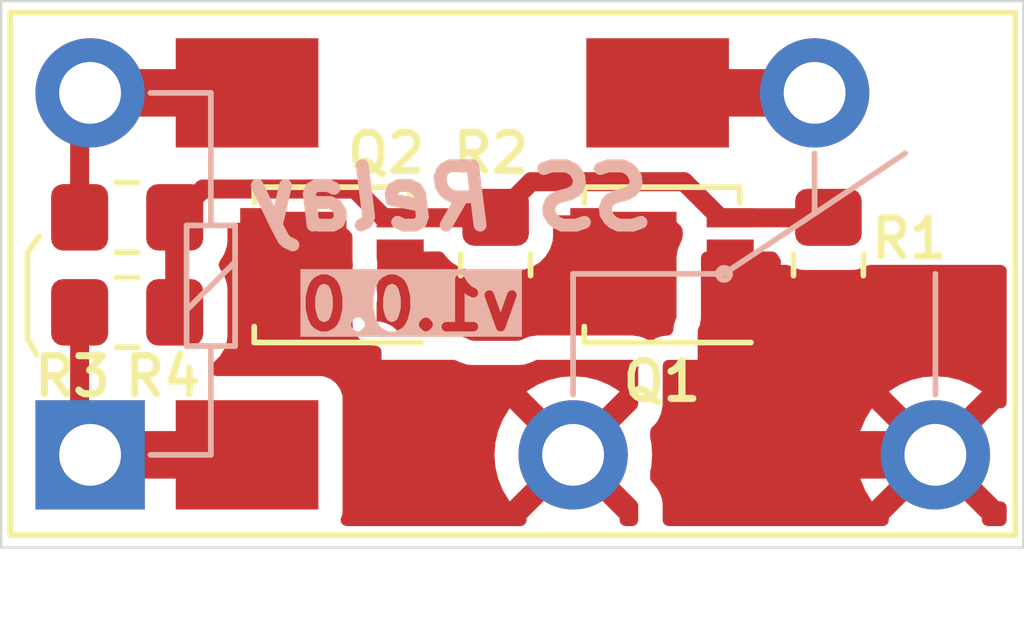
<source format=kicad_pcb>
(kicad_pcb (version 20221018) (generator pcbnew)
  (title_block (title "SS Relay") (date "2024-01-10") (rev "1.0.0") (company "SUFST") (comment 1 "STAG X") (comment 2 "Joe Pater"))
  (layers (0 "F.Cu" signal) (31 "B.Cu" signal) (34 "B.Paste" user) (35 "F.Paste" user) (36 "B.SilkS" user "B.Silkscreen") (37 "F.SilkS" user "F.Silkscreen") (38 "B.Mask" user) (39 "F.Mask" user) (44 "Edge.Cuts" user))
  (net 0 "")
  (net 1 "/COIL1")
  (net 2 "/COM")
  (net 3 "/N{slash}O")
  (net 4 "/N{slash}C")
  (net 5 "/COIL2")
  (net 6 "Net-(Q1-G)")
  (net 7 "Net-(Q1-D)")
  (footprint "SUFST:Relay_Template" (layer "F.Cu") (at 88.37 63.4)
    (fp_text reference "K1" hide)
    (fp_text value "G5Q-1EU DC12")
    (fp_line (start 1.27 0) (end 2.54 0) (stroke (width 0.12)) (layer "B.SilkS"))
    (fp_line (start 2.03 -4.83) (end 2.54 -4.83) (stroke (width 0.12)) (layer "B.SilkS"))
    (fp_line (start 2.03 -3.05) (end 3.05 -4.06) (stroke (width 0.12)) (layer "B.SilkS"))
    (fp_line (start 2.03 -2.29) (end 2.03 -4.83) (stroke (width 0.12)) (layer "B.SilkS"))
    (fp_line (start 2.54 -7.62) (end 1.27 -7.62) (stroke (width 0.12)) (layer "B.SilkS"))
    (fp_line (start 2.54 -4.83) (end 2.54 -7.62) (stroke (width 0.12)) (layer "B.SilkS"))
    (fp_line (start 2.54 -4.83) (end 3.05 -4.83) (stroke (width 0.12)) (layer "B.SilkS"))
    (fp_line (start 2.54 -2.29) (end 2.03 -2.29) (stroke (width 0.12)) (layer "B.SilkS"))
    (fp_line (start 2.54 0) (end 2.54 -2.29) (stroke (width 0.12)) (layer "B.SilkS"))
    (fp_line (start 3.05 -4.83) (end 3.05 -2.29) (stroke (width 0.12)) (layer "B.SilkS"))
    (fp_line (start 3.05 -2.29) (end 2.54 -2.29) (stroke (width 0.12)) (layer "B.SilkS"))
    (fp_line (start 10.16 -3.81) (end 13.335 -3.81) (stroke (width 0.12)) (layer "B.SilkS"))
    (fp_line (start 10.16 -1.27) (end 10.16 -3.81) (stroke (width 0.12)) (layer "B.SilkS"))
    (fp_line (start 13.335 -3.81) (end 17.145 -6.35) (stroke (width 0.12)) (layer "B.SilkS"))
    (fp_line (start 15.24 -6.35) (end 15.24 -5.08) (stroke (width 0.12)) (layer "B.SilkS"))
    (fp_line (start 17.78 -1.27) (end 17.78 -3.81) (stroke (width 0.12)) (layer "B.SilkS"))
    (fp_circle (center 13.335 -3.81) (end 13.462 -3.81) (stroke (width 0.12)) (fill none) (layer "B.SilkS"))
    (fp_line (start -1.68 -9.31) (end 19.46 -9.31) (stroke (width 0.12)) (layer "F.SilkS"))
    (fp_line (start -1.68 1.69) (end -1.68 -9.31) (stroke (width 0.12)) (layer "F.SilkS"))
    (fp_line (start -1.68 1.69) (end 19.46 1.69) (stroke (width 0.12)) (layer "F.SilkS"))
    (fp_line (start 19.46 1.69) (end 19.46 -9.31) (stroke (width 0.12)) (layer "F.SilkS"))
    (pad "1" thru_hole rect (at 0 0 180) (size 2.3 2.3) (drill 1.3) (layers "*.Cu" "*.Mask") (net 1 "/COIL1"))
    (pad "1" smd rect (at 3.302 0 270) (size 2.3 3) (layers "F.Cu" "F.Paste" "F.Mask") (net 1 "/COIL1"))
    (pad "2" smd rect (at 6.858 0 270) (size 2.3 3) (layers "F.Cu" "F.Paste" "F.Mask") (net 2 "/COM"))
    (pad "2" thru_hole circle (at 10.16 0 180) (size 2.3 2.3) (drill 1.3) (layers "*.Cu" "*.Mask") (net 2 "/COM"))
    (pad "3" smd rect (at 14.478 0 270) (size 2.3 3) (layers "F.Cu" "F.Paste" "F.Mask") (net 3 "/N{slash}O"))
    (pad "3" thru_hole circle (at 17.78 0 180) (size 2.3 2.3) (drill 1.3) (layers "*.Cu" "*.Mask") (net 3 "/N{slash}O"))
    (pad "4" smd rect (at 11.938 -7.62 270) (size 2.3 3) (layers "F.Cu" "F.Paste" "F.Mask") (net 4 "/N{slash}C"))
    (pad "4" thru_hole circle (at 15.24 -7.62 180) (size 2.3 2.3) (drill 1.3) (layers "*.Cu" "*.Mask") (net 4 "/N{slash}C"))
    (pad "5" thru_hole circle (at 0 -7.62 180) (size 2.3 2.3) (drill 1.3) (layers "*.Cu" "*.Mask") (net 5 "/COIL2"))
    (pad "5" smd rect (at 3.302 -7.62 270) (size 2.3 3) (layers "F.Cu" "F.Paste" "F.Mask") (net 5 "/COIL2"))
  )
  (footprint "Package_SO:Vishay_PowerPAK_1212-8_Single" (layer "F.Cu") (at 100.4 59.4 180)
    (fp_text reference "Q1" (at 0 -2.45) (layer "F.SilkS") (effects (font (size 0.8 0.8))))
    (fp_text value "SiS413DNT")
    (fp_line (start -1.87 -1.635) (end 1.635 -1.635) (stroke (width 0.12)) (layer "F.SilkS"))
    (fp_line (start -1.635 1.3) (end -1.635 1.635) (stroke (width 0.12)) (layer "F.SilkS"))
    (fp_line (start -1.635 1.635) (end 1.635 1.635) (stroke (width 0.12)) (layer "F.SilkS"))
    (fp_line (start 1.635 -1.635) (end 1.635 -1.3) (stroke (width 0.12)) (layer "F.SilkS"))
    (fp_line (start 1.635 1.3) (end 1.635 1.635) (stroke (width 0.12)) (layer "F.SilkS"))
    (pad "1" smd rect (at -1.435 -0.99 180) (size 0.99 0.405) (layers "F.Cu" "F.Paste" "F.Mask") (net 3 "/N{slash}O"))
    (pad "2" smd rect (at -1.435 -0.33 180) (size 0.99 0.405) (layers "F.Cu" "F.Paste" "F.Mask") (net 3 "/N{slash}O"))
    (pad "3" smd rect (at -1.435 0.33 180) (size 0.99 0.405) (layers "F.Cu" "F.Paste" "F.Mask") (net 3 "/N{slash}O"))
    (pad "4" smd rect (at -1.435 0.99 180) (size 0.99 0.405) (layers "F.Cu" "F.Paste" "F.Mask") (net 6 "Net-(Q1-G)"))
    (pad "5" smd custom (at 0.5575 0 180) (size 1.725 2.235) (layers "F.Cu" "F.Paste" "F.Mask") (net 7 "Net-(Q1-D)") (options (clearance outline) (anchor rect)) (primitives (gr_poly (pts (xy 1.3725 -0.7875) (xy 0.8625 -0.7875) (xy 0.8625 -0.5325) (xy 1.3725 -0.5325) (xy 1.3725 -0.1275) (xy 0.8625 -0.1275) (xy 0.8625 0.1275) (xy 1.3725 0.1275) (xy 1.3725 0.5325) (xy 0.8625 0.5325) (xy 0.8625 0.7875) (xy 1.3725 0.7875) (xy 1.3725 1.195) (xy 0.6125 1.195) (xy 0.6125 -1.195) (xy 1.3725 -1.195)) (width 0) (fill yes))))
  )
  (footprint "Package_SO:Vishay_PowerPAK_1212-8_Single" (layer "F.Cu") (at 93.4575 59.4 180)
    (fp_text reference "Q2" (at -1.1425 2.35) (layer "F.SilkS") (effects (font (size 0.8 0.8))))
    (fp_text value "SiS413DNT")
    (fp_line (start -1.87 -1.635) (end 1.635 -1.635) (stroke (width 0.12)) (layer "F.SilkS"))
    (fp_line (start -1.635 1.3) (end -1.635 1.635) (stroke (width 0.12)) (layer "F.SilkS"))
    (fp_line (start -1.635 1.635) (end 1.635 1.635) (stroke (width 0.12)) (layer "F.SilkS"))
    (fp_line (start 1.635 -1.635) (end 1.635 -1.3) (stroke (width 0.12)) (layer "F.SilkS"))
    (fp_line (start 1.635 1.3) (end 1.635 1.635) (stroke (width 0.12)) (layer "F.SilkS"))
    (pad "1" smd rect (at -1.435 -0.99 180) (size 0.99 0.405) (layers "F.Cu" "F.Paste" "F.Mask") (net 7 "Net-(Q1-D)"))
    (pad "2" smd rect (at -1.435 -0.33 180) (size 0.99 0.405) (layers "F.Cu" "F.Paste" "F.Mask") (net 7 "Net-(Q1-D)"))
    (pad "3" smd rect (at -1.435 0.33 180) (size 0.99 0.405) (layers "F.Cu" "F.Paste" "F.Mask") (net 7 "Net-(Q1-D)"))
    (pad "4" smd rect (at -1.435 0.99 180) (size 0.99 0.405) (layers "F.Cu" "F.Paste" "F.Mask") (net 6 "Net-(Q1-G)"))
    (pad "5" smd custom (at 0.5575 0 180) (size 1.725 2.235) (layers "F.Cu" "F.Paste" "F.Mask") (net 2 "/COM") (options (clearance outline) (anchor rect)) (primitives (gr_poly (pts (xy 1.3725 -0.7875) (xy 0.8625 -0.7875) (xy 0.8625 -0.5325) (xy 1.3725 -0.5325) (xy 1.3725 -0.1275) (xy 0.8625 -0.1275) (xy 0.8625 0.1275) (xy 1.3725 0.1275) (xy 1.3725 0.5325) (xy 0.8625 0.5325) (xy 0.8625 0.7875) (xy 1.3725 0.7875) (xy 1.3725 1.195) (xy 0.6125 1.195) (xy 0.6125 -1.195) (xy 1.3725 -1.195)) (width 0) (fill yes))))
  )
  (footprint "Resistor_SMD:R_0805_2012Metric_Pad1.20x1.40mm_HandSolder" (layer "F.Cu") (at 89.15 60.4 180)
    (fp_text reference "R4" (at -0.75 -1.35) (layer "F.SilkS") (effects (font (size 0.8 0.8))))
    (fp_text value "0")
    (fp_line (start -0.227064 -0.735) (end 0.227064 -0.735) (stroke (width 0.12)) (layer "F.SilkS"))
    (fp_line (start -0.227064 0.735) (end 0.227064 0.735) (stroke (width 0.12)) (layer "F.SilkS"))
    (pad "1" smd roundrect (at -1 0 180) (size 1.2 1.4) (layers "F.Cu" "F.Paste" "F.Mask") (roundrect_rratio 0.2083333333) (net 6 "Net-(Q1-G)"))
    (pad "2" smd roundrect (at 1 0 180) (size 1.2 1.4) (layers "F.Cu" "F.Paste" "F.Mask") (roundrect_rratio 0.2083333333) (net 1 "/COIL1"))
  )
  (footprint "Resistor_SMD:R_0805_2012Metric_Pad1.20x1.40mm_HandSolder" (layer "F.Cu") (at 89.15 58.4)
    (fp_text reference "R3" (at -1.15 3.35) (layer "F.SilkS") (effects (font (size 0.8 0.8))))
    (fp_text value "0")
    (fp_line (start -0.227064 -0.735) (end 0.227064 -0.735) (stroke (width 0.12)) (layer "F.SilkS"))
    (fp_line (start -0.227064 0.735) (end 0.227064 0.735) (stroke (width 0.12)) (layer "F.SilkS"))
    (pad "1" smd roundrect (at -1 0) (size 1.2 1.4) (layers "F.Cu" "F.Paste" "F.Mask") (roundrect_rratio 0.2083333333) (net 5 "/COIL2"))
    (pad "2" smd roundrect (at 1 0) (size 1.2 1.4) (layers "F.Cu" "F.Paste" "F.Mask") (roundrect_rratio 0.2083333333) (net 6 "Net-(Q1-G)"))
  )
  (footprint "Resistor_SMD:R_0805_2012Metric_Pad1.20x1.40mm_HandSolder" (layer "F.Cu") (at 96.9 59.4 90)
    (fp_text reference "R2" (at 2.35 -0.1 180) (layer "F.SilkS") (effects (font (size 0.8 0.8))))
    (fp_text value "10k")
    (fp_line (start -0.227064 -0.735) (end 0.227064 -0.735) (stroke (width 0.12)) (layer "F.SilkS"))
    (fp_line (start -0.227064 0.735) (end 0.227064 0.735) (stroke (width 0.12)) (layer "F.SilkS"))
    (pad "1" smd roundrect (at -1 0 90) (size 1.2 1.4) (layers "F.Cu" "F.Paste" "F.Mask") (roundrect_rratio 0.2083333333) (net 7 "Net-(Q1-D)"))
    (pad "2" smd roundrect (at 1 0 90) (size 1.2 1.4) (layers "F.Cu" "F.Paste" "F.Mask") (roundrect_rratio 0.2083333333) (net 6 "Net-(Q1-G)"))
  )
  (footprint "Resistor_SMD:R_0805_2012Metric_Pad1.20x1.40mm_HandSolder" (layer "F.Cu") (at 103.9 59.4 90)
    (fp_text reference "R1" (at 0.55 1.7 180) (layer "F.SilkS") (effects (font (size 0.8 0.8))))
    (fp_text value "10k")
    (fp_line (start -0.227064 -0.735) (end 0.227064 -0.735) (stroke (width 0.12)) (layer "F.SilkS"))
    (fp_line (start -0.227064 0.735) (end 0.227064 0.735) (stroke (width 0.12)) (layer "F.SilkS"))
    (pad "1" smd roundrect (at -1 0 90) (size 1.2 1.4) (layers "F.Cu" "F.Paste" "F.Mask") (roundrect_rratio 0.2083333333) (net 3 "/N{slash}O"))
    (pad "2" smd roundrect (at 1 0 90) (size 1.2 1.4) (layers "F.Cu" "F.Paste" "F.Mask") (roundrect_rratio 0.2083333333) (net 6 "Net-(Q1-G)"))
  )
  (gr_line (start 87.25 61.3) (end 87.05 60.95) (stroke (width 0.12)) (layer "F.SilkS"))
  (gr_line (start 87.05 60.95) (end 87.05 59.15) (stroke (width 0.12)) (layer "F.SilkS"))
  (gr_line (start 87.05 59.15) (end 87.3 58.8) (stroke (width 0.12)) (layer "F.SilkS"))
  (gr_rect (start 86.5 53.85) (end 108 65.35) (stroke (width 0.05)) (fill none) (layer "Edge.Cuts"))
  (gr_text "v1.0.0" (at 95.1 60.25) (layer "B.SilkS" knockout) (effects (font (size 1 1) (thickness 0.2)) (justify mirror)))
  (gr_text "SS Relay" (at 96 58) (layer "B.SilkS") (effects (font (size 1.25 1.25) (thickness 0.27) italic) (justify mirror)))
  (segment (start 88.15 60.4) (end 88.15 63.18) (width 0.4) (layer "F.Cu") (net 1))
  (segment (start 88.15 63.18) (end 88.37 63.4) (width 0.4) (layer "F.Cu") (net 1))
  (segment (start 91.672 63.4) (end 88.37 63.4) (width 1) (layer "F.Cu") (net 1))
  (segment (start 102.848 63.4) (end 106.15 63.4) (width 1) (layer "F.Cu") (net 3))
  (segment (start 103.61 55.78) (end 100.308 55.78) (width 1) (layer "F.Cu") (net 4))
  (segment (start 91.672 55.78) (end 88.37 55.78) (width 1) (layer "F.Cu") (net 5))
  (segment (start 88.15 58.4) (end 88.15 56) (width 0.4) (layer "F.Cu") (net 5))
  (segment (start 88.15 56) (end 88.37 55.78) (width 0.4) (layer "F.Cu") (net 5))
  (segment (start 94.5475 58.41) (end 94.8925 58.41) (width 0.4) (layer "F.Cu") (net 6))
  (segment (start 100.8625 57.65) (end 101.6225 58.41) (width 0.4) (layer "F.Cu") (net 6))
  (segment (start 96.9 58.4) (end 97.65 57.65) (width 0.4) (layer "F.Cu") (net 6))
  (segment (start 90.15 58.4) (end 90.745 57.805) (width 0.4) (layer "F.Cu") (net 6))
  (segment (start 90.15 60.4) (end 90.15 58.4) (width 0.4) (layer "F.Cu") (net 6))
  (segment (start 90.745 57.805) (end 93.9425 57.805) (width 0.4) (layer "F.Cu") (net 6))
  (segment (start 101.835 58.41) (end 103.89 58.41) (width 0.4) (layer "F.Cu") (net 6))
  (segment (start 101.6225 58.41) (end 101.835 58.41) (width 0.4) (layer "F.Cu") (net 6))
  (segment (start 94.8925 58.41) (end 96.89 58.41) (width 0.4) (layer "F.Cu") (net 6))
  (segment (start 97.65 57.65) (end 100.8625 57.65) (width 0.4) (layer "F.Cu") (net 6))
  (segment (start 93.9425 57.805) (end 94.5475 58.41) (width 0.4) (layer "F.Cu") (net 6))
  (segment (start 103.89 58.41) (end 103.9 58.4) (width 0.4) (layer "F.Cu") (net 6))
  (segment (start 96.89 58.41) (end 96.9 58.4) (width 0.4) (layer "F.Cu") (net 6))
  (zone (net 2) (net_name "/COM") (layer "F.Cu") (priority 4) (connect_pads thru_hole_only (clearance 0.508)) (min_thickness 0.25) (fill yes (thermal_gap 0.5) (thermal_bridge_width 0.5))
    (polygon (pts (xy 90.9 58.15) (xy 90.9 61.9) (xy 93.15 61.9) (xy 93.15 64.9) (xy 99.9 64.9) (xy 99.9 61.4) (xy 94.5 61.4) (xy 94.5 60.85) (xy 93.9 60.85) (xy 93.9 58.15)))
  )
  (zone (net 7) (net_name "Net-(Q1-D)") (layer "F.Cu") (priority 1) (connect_pads thru_hole_only (clearance 0.508)) (min_thickness 0.25) (fill yes (thermal_gap 0.5) (thermal_bridge_width 0.5))
    (polygon (pts (xy 94.15 58.65) (xy 94.15 61.15) (xy 100.9 61.15) (xy 100.9 58.15) (xy 97.9 58.15) (xy 97.9 59.15) (xy 95.9 59.15) (xy 95.9 58.65)))
  )
  (zone (net 3) (net_name "/N{slash}O") (layer "F.Cu") (priority 2) (connect_pads thru_hole_only (clearance 0.508)) (min_thickness 0.25) (fill yes (thermal_gap 0.5) (thermal_bridge_width 0.5))
    (polygon (pts (xy 101.15 58.65) (xy 101.15 61.4) (xy 100.15 61.4) (xy 100.15 64.9) (xy 107.65 64.9) (xy 107.65 59.4) (xy 102.9 59.4) (xy 102.9 58.65)))
  )
)
</source>
